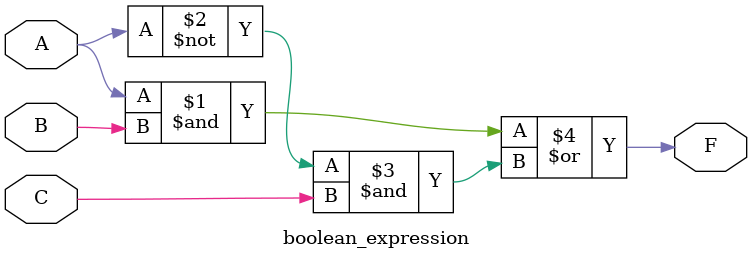
<source format=v>
`timescale 1ns / 1ps

module boolean_expression(
    input A,
    input B,
    input C,
    output F
);

assign F = (A & B) | (~A & C);

endmodule

</source>
